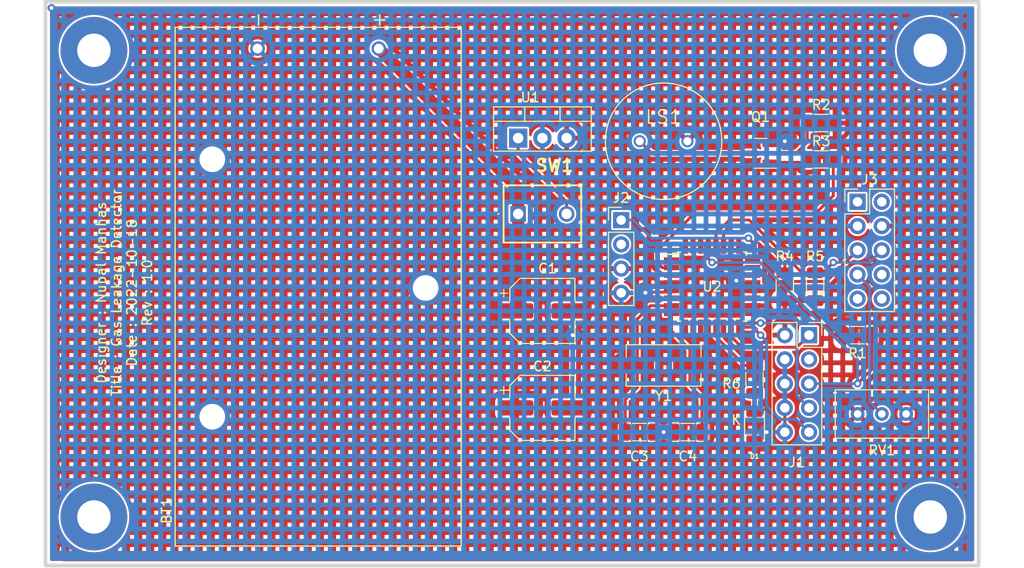
<source format=kicad_pcb>
(kicad_pcb (version 20211014) (generator pcbnew)
  (layers (0 "F.Cu" signal) (31 "B.Cu" signal) (34 "B.Paste" user) (35 "F.Paste" user) (36 "B.SilkS" user "B.Silkscreen") (37 "F.SilkS" user "F.Silkscreen") (38 "B.Mask" user) (39 "F.Mask" user) (44 "Edge.Cuts" user))
  (net 0 "")
  (net 1 "Net-(BT1-Pad+)")
  (net 2 "GND")
  (net 3 "Net-(C3-Pad1)")
  (net 4 "Net-(C4-Pad1)")
  (net 5 "+5VD")
  (net 6 "Net-(J1-Pad1)")
  (net 8 "Net-(J1-Pad5)")
  (net 9 "Net-(J1-Pad7)")
  (net 10 "Net-(J1-Pad9)")
  (net 13 "/SDA")
  (net 14 "/SCL")
  (net 15 "Net-(J3-Pad7)")
  (net 19 "Net-(LS1-Pad1)")
  (net 20 "Net-(R3-Pad1)")
  (net 28 "Net-(J2-Pad1)")
  (net 39 "Net-(Q1-Pad1)")
  (net 40 "Net-(SW1-Pad2)")
  (net 41 "Net-(D1-Pad2)")
  (net 42 "Net-(R6-Pad1)")
  (footprint "Connector_PinHeader_2.54mm:PinHeader_1x04_P2.54mm_Vertical" (layer "F.Cu") (at 117.475 43.825)
    (fp_text reference "J2" (at 0 -2.33) (layer "F.SilkS"))
    (fp_text value "MQ-2 Gas Sensor")
    (fp_line (start 1.33 1.27) (end 1.33 8.95) (layer "F.SilkS") (width 0.12))
    (fp_line (start -1.33 0) (end -1.33 -1.33) (layer "F.SilkS") (width 0.12))
    (fp_line (start -1.33 1.27) (end 1.33 1.27) (layer "F.SilkS") (width 0.12))
    (fp_line (start -1.33 1.27) (end -1.33 8.95) (layer "F.SilkS") (width 0.12))
    (fp_line (start -1.33 8.95) (end 1.33 8.95) (layer "F.SilkS") (width 0.12))
    (fp_line (start -1.33 -1.33) (end 0 -1.33) (layer "F.SilkS") (width 0.12))
    (pad "1" thru_hole rect (at 0 0) (size 1.7 1.7) (drill 1) (layers *.Cu *.Mask) (net 28 "Net-(J2-Pad1)"))
    (pad "2" thru_hole oval (at 0 2.54) (size 1.7 1.7) (drill 1) (layers *.Cu *.Mask))
    (pad "3" thru_hole oval (at 0 5.08) (size 1.7 1.7) (drill 1) (layers *.Cu *.Mask) (net 5 "+5VD"))
    (pad "4" thru_hole oval (at 0 7.62) (size 1.7 1.7) (drill 1) (layers *.Cu *.Mask) (net 2 "GND"))
  )
  (footprint "MountingHole:MountingHole_3.5mm_Pad" (layer "F.Cu") (at 149.86 74.93)
    (fp_text reference "REF**" hide)
    (fp_text value "MountingHole_3.5mm_Pad")
    (pad "1" thru_hole circle (at 0 0) (size 7 7) (drill 3.5) (layers *.Cu *.Mask))
  )
  (footprint "MyLib:XDCR_PS1240P02BT" (layer "F.Cu") (at 121.92 35.56)
    (fp_text reference "LS1" (at 0 -2.54) (layer "F.SilkS") (effects (font (size 1.4 1.4))))
    (fp_text value "Buzzer")
    (fp_circle (center 0 0) (end 6.1 0) (layer "F.SilkS") (width 0.127) (fill none))
    (pad "1" thru_hole circle (at -2.5 0) (size 1.28 1.28) (drill 0.85) (layers *.Cu *.Mask) (net 19 "Net-(LS1-Pad1)"))
    (pad "2" thru_hole circle (at 2.5 0) (size 1.28 1.28) (drill 0.85) (layers *.Cu *.Mask) (net 5 "+5VD"))
  )
  (footprint "Capacitor_SMD:CP_Elec_6.3x5.8" (layer "F.Cu") (at 109.22 63.5)
    (fp_text reference "C2" (at 0 -4.35) (layer "F.SilkS"))
    (fp_text value "100uF")
    (fp_line (start 3.41 3.41) (end 3.41 1.06) (layer "F.SilkS") (width 0.12))
    (fp_line (start -4.04375 -2.24125) (end -4.04375 -1.45375) (layer "F.SilkS") (width 0.12))
    (fp_line (start -3.41 2.345563) (end -2.345563 3.41) (layer "F.SilkS") (width 0.12))
    (fp_line (start -3.41 -2.345563) (end -2.345563 -3.41) (layer "F.SilkS") (width 0.12))
    (fp_line (start -3.41 -2.345563) (end -3.41 -1.06) (layer "F.SilkS") (width 0.12))
    (fp_line (start -3.41 2.345563) (end -3.41 1.06) (layer "F.SilkS") (width 0.12))
    (fp_line (start -4.4375 -1.8475) (end -3.65 -1.8475) (layer "F.SilkS") (width 0.12))
    (fp_line (start 3.41 -3.41) (end 3.41 -1.06) (layer "F.SilkS") (width 0.12))
    (fp_line (start -2.345563 3.41) (end 3.41 3.41) (layer "F.SilkS") (width 0.12))
    (fp_line (start -2.345563 -3.41) (end 3.41 -3.41) (layer "F.SilkS") (width 0.12))
    (pad "1" smd roundrect (at -2.7 0) (size 3.5 1.6) (layers "F.Cu" "F.Paste" "F.Mask") (roundrect_rratio 0.15625) (net 5 "+5VD"))
    (pad "2" smd roundrect (at 2.7 0) (size 3.5 1.6) (layers "F.Cu" "F.Paste" "F.Mask") (roundrect_rratio 0.15625) (net 2 "GND"))
  )
  (footprint "Potentiometer_THT:Potentiometer_Bourns_3296W_Vertical" (layer "F.Cu") (at 147.33 64.135)
    (fp_text reference "RV1" (at -2.54 3.81) (layer "F.SilkS"))
    (fp_text value "10k")
    (fp_line (start -7.425 -2.53) (end 2.345 -2.53) (layer "F.SilkS") (width 0.12))
    (fp_line (start -7.425 2.54) (end 2.345 2.54) (layer "F.SilkS") (width 0.12))
    (fp_line (start -7.425 -2.53) (end -7.425 2.54) (layer "F.SilkS") (width 0.12))
    (fp_line (start 2.345 -2.53) (end 2.345 2.54) (layer "F.SilkS") (width 0.12))
    (pad "1" thru_hole circle (at 0 0) (size 1.44 1.44) (drill 0.8) (layers *.Cu *.Mask) (net 2 "GND"))
    (pad "2" thru_hole circle (at -2.54 0) (size 1.44 1.44) (drill 0.8) (layers *.Cu *.Mask) (net 15 "Net-(J3-Pad7)"))
    (pad "3" thru_hole circle (at -5.08 0) (size 1.44 1.44) (drill 0.8) (layers *.Cu *.Mask) (net 5 "+5VD"))
  )
  (footprint "Crystal:Crystal_SMD_ECS_CSM3X-2Pin_7.6x4.1mm" (layer "F.Cu") (at 121.92 59.055 180)
    (fp_text reference "Y1" (at 0 -3.2 180) (layer "F.SilkS"))
    (fp_text value "16MHz")
    (fp_line (start -3.92 2.17) (end -3.92 0.9) (layer "F.SilkS") (width 0.12))
    (fp_line (start 3.92 2.17) (end 3.92 0.9) (layer "F.SilkS") (width 0.12))
    (fp_line (start 3.92 -2.17) (end 3.92 -0.9) (layer "F.SilkS") (width 0.12))
    (fp_line (start -3.92 -2.17) (end 3.92 -2.17) (layer "F.SilkS") (width 0.12))
    (fp_line (start -3.92 2.17) (end 3.92 2.17) (layer "F.SilkS") (width 0.12))
    (fp_line (start -3.92 -2.17) (end -3.92 -0.9) (layer "F.SilkS") (width 0.12))
    (pad "1" smd rect (at -2.75 0 180) (size 3.5 1.2) (layers "F.Cu" "F.Paste" "F.Mask") (net 4 "Net-(C4-Pad1)"))
    (pad "2" smd rect (at 2.75 0 180) (size 3.5 1.2) (layers "F.Cu" "F.Paste" "F.Mask") (net 3 "Net-(C3-Pad1)"))
  )
  (footprint "Resistor_SMD:R_1206_3216Metric" (layer "F.Cu") (at 142.24 55.88)
    (fp_text reference "R1" (at 0 1.905) (layer "F.SilkS"))
    (fp_text value "10k")
    (fp_line (start -0.727064 -0.91) (end 0.727064 -0.91) (layer "F.SilkS") (width 0.12))
    (fp_line (start -0.727064 0.91) (end 0.727064 0.91) (layer "F.SilkS") (width 0.12))
    (pad "1" smd roundrect (at -1.4625 0) (size 1.125 1.75) (layers "F.Cu" "F.Paste" "F.Mask") (roundrect_rratio 0.2222222222) (net 5 "+5VD"))
    (pad "2" smd roundrect (at 1.4625 0) (size 1.125 1.75) (layers "F.Cu" "F.Paste" "F.Mask") (roundrect_rratio 0.2222222222) (net 8 "Net-(J1-Pad5)"))
  )
  (footprint "Resistor_SMD:R_1206_3216Metric" (layer "F.Cu") (at 131.445 60.5175 -90)
    (fp_text reference "R6" (at 0.4425 2.413) (layer "F.SilkS"))
    (fp_text value "330")
    (fp_line (start -0.727064 -0.91) (end 0.727064 -0.91) (layer "F.SilkS") (width 0.12))
    (fp_line (start -0.727064 0.91) (end 0.727064 0.91) (layer "F.SilkS") (width 0.12))
    (pad "1" smd roundrect (at -1.4625 0 270) (size 1.125 1.75) (layers "F.Cu" "F.Paste" "F.Mask") (roundrect_rratio 0.2222222222) (net 42 "Net-(R6-Pad1)"))
    (pad "2" smd roundrect (at 1.4625 0 270) (size 1.125 1.75) (layers "F.Cu" "F.Paste" "F.Mask") (roundrect_rratio 0.2222222222) (net 41 "Net-(D1-Pad2)"))
  )
  (footprint "Connector_PinSocket_2.54mm:PinSocket_2x05_P2.54mm_Vertical" (layer "F.Cu") (at 137.16 55.88)
    (fp_text reference "J1" (at -1.27 13.335) (layer "F.SilkS"))
    (fp_text value "ICSP")
    (fp_line (start 1.33 1.27) (end 1.33 11.49) (layer "F.SilkS") (width 0.12))
    (fp_line (start 0 -1.33) (end 1.33 -1.33) (layer "F.SilkS") (width 0.12))
    (fp_line (start -1.27 1.27) (end 1.33 1.27) (layer "F.SilkS") (width 0.12))
    (fp_line (start -3.87 -1.33) (end -1.27 -1.33) (layer "F.SilkS") (width 0.12))
    (fp_line (start -3.87 11.49) (end 1.33 11.49) (layer "F.SilkS") (width 0.12))
    (fp_line (start -3.87 -1.33) (end -3.87 11.49) (layer "F.SilkS") (width 0.12))
    (fp_line (start -1.27 -1.33) (end -1.27 1.27) (layer "F.SilkS") (width 0.12))
    (fp_line (start 1.33 -1.33) (end 1.33 0) (layer "F.SilkS") (width 0.12))
    (pad "1" thru_hole rect (at 0 0) (size 1.7 1.7) (drill 1) (layers *.Cu *.Mask) (net 6 "Net-(J1-Pad1)"))
    (pad "2" thru_hole oval (at -2.54 0) (size 1.7 1.7) (drill 1) (layers *.Cu *.Mask) (net 5 "+5VD"))
    (pad "3" thru_hole oval (at 0 2.54) (size 1.7 1.7) (drill 1) (layers *.Cu *.Mask))
    (pad "4" thru_hole oval (at -2.54 2.54) (size 1.7 1.7) (drill 1) (layers *.Cu *.Mask) (net 2 "GND"))
    (pad "5" thru_hole oval (at 0 5.08) (size 1.7 1.7) (drill 1) (layers *.Cu *.Mask) (net 8 "Net-(J1-Pad5)"))
    (pad "6" thru_hole oval (at -2.54 5.08) (size 1.7 1.7) (drill 1) (layers *.Cu *.Mask) (net 2 "GND"))
    (pad "7" thru_hole oval (at 0 7.62) (size 1.7 1.7) (drill 1) (layers *.Cu *.Mask) (net 9 "Net-(J1-Pad7)"))
    (pad "8" thru_hole oval (at -2.54 7.62) (size 1.7 1.7) (drill 1) (layers *.Cu *.Mask) (net 2 "GND"))
    (pad "9" thru_hole oval (at 0 10.16) (size 1.7 1.7) (drill 1) (layers *.Cu *.Mask) (net 10 "Net-(J1-Pad9)"))
    (pad "10" thru_hole oval (at -2.54 10.16) (size 1.7 1.7) (drill 1) (layers *.Cu *.Mask) (net 2 "GND"))
  )
  (footprint "Package_TO_SOT_SMD:SOT-23" (layer "F.Cu") (at 132.08 36.83 180)
    (fp_text reference "Q1" (at 0 3.81) (layer "F.SilkS"))
    (fp_text value "MMBT3904")
    (fp_line (start 0 -1.56) (end -1.675 -1.56) (layer "F.SilkS") (width 0.12))
    (fp_line (start 0 -1.56) (end 0.65 -1.56) (layer "F.SilkS") (width 0.12))
    (fp_line (start 0 1.56) (end -0.65 1.56) (layer "F.SilkS") (width 0.12))
    (fp_line (start 0 1.56) (end 0.65 1.56) (layer "F.SilkS") (width 0.12))
    (pad "1" smd roundrect (at -0.9375 -0.95 180) (size 1.475 0.6) (layers "F.Cu" "F.Paste" "F.Mask") (net 39 "Net-(Q1-Pad1)"))
    (pad "2" smd roundrect (at -0.9375 0.95 180) (size 1.475 0.6) (layers "F.Cu" "F.Paste" "F.Mask") (net 2 "GND"))
    (pad "3" smd roundrect (at 0.9375 0 180) (size 1.475 0.6) (layers "F.Cu" "F.Paste" "F.Mask") (net 19 "Net-(LS1-Pad1)"))
  )
  (footprint "Package_TO_SOT_THT:TO-220-3_Vertical" (layer "F.Cu") (at 106.68 35.235)
    (fp_text reference "U1" (at 1.27 -4.27) (layer "F.SilkS"))
    (fp_text value "LM7805_TO220")
    (fp_line (start -2.58 -3.27) (end 7.66 -3.27) (layer "F.SilkS") (width 0.12))
    (fp_line (start -2.58 -3.27) (end -2.58 1.371) (layer "F.SilkS") (width 0.12))
    (fp_line (start 7.66 -3.27) (end 7.66 1.371) (layer "F.SilkS") (width 0.12))
    (fp_line (start -2.58 -1.76) (end 7.66 -1.76) (layer "F.SilkS") (width 0.12))
    (fp_line (start -2.58 1.371) (end 7.66 1.371) (layer "F.SilkS") (width 0.12))
    (fp_line (start 0.69 -3.27) (end 0.69 -1.76) (layer "F.SilkS") (width 0.12))
    (fp_line (start 4.391 -3.27) (end 4.391 -1.76) (layer "F.SilkS") (width 0.12))
    (pad "1" thru_hole rect (at 0 0) (size 1.905 2) (drill 1.1) (layers *.Cu *.Mask) (net 40 "Net-(SW1-Pad2)"))
    (pad "2" thru_hole oval (at 2.54 0) (size 1.905 2) (drill 1.1) (layers *.Cu *.Mask) (net 2 "GND"))
    (pad "3" thru_hole oval (at 5.08 0) (size 1.905 2) (drill 1.1) (layers *.Cu *.Mask) (net 5 "+5VD"))
  )
  (footprint "Package_QFP:TQFP-32_7x7mm_P0.8mm" (layer "F.Cu") (at 127 50.8)
    (fp_text reference "U2" (at 0 0) (layer "F.SilkS"))
    (fp_text value "ATmega328P-P")
    (fp_line (start -3.625 3.625) (end -3.625 3.3) (layer "F.SilkS") (width 0.15))
    (fp_line (start 3.625 -3.625) (end 3.625 -3.3) (layer "F.SilkS") (width 0.15))
    (fp_line (start 3.625 3.625) (end 3.3 3.625) (layer "F.SilkS") (width 0.15))
    (fp_line (start 3.625 3.625) (end 3.625 3.3) (layer "F.SilkS") (width 0.15))
    (fp_line (start -3.625 -3.625) (end -3.625 -3.4) (layer "F.SilkS") (width 0.15))
    (fp_line (start 3.625 -3.625) (end 3.3 -3.625) (layer "F.SilkS") (width 0.15))
    (fp_line (start -3.625 3.625) (end -3.3 3.625) (layer "F.SilkS") (width 0.15))
    (fp_line (start -3.625 -3.4) (end -5.05 -3.4) (layer "F.SilkS") (width 0.15))
    (fp_line (start -3.625 -3.625) (end -3.3 -3.625) (layer "F.SilkS") (width 0.15))
    (pad "1" smd rect (at -4.25 -2.8) (size 1.6 0.55) (layers "F.Cu" "F.Paste" "F.Mask"))
    (pad "2" smd rect (at -4.25 -2) (size 1.6 0.55) (layers "F.Cu" "F.Paste" "F.Mask") (net 20 "Net-(R3-Pad1)"))
    (pad "3" smd rect (at -4.25 -1.2) (size 1.6 0.55) (layers "F.Cu" "F.Paste" "F.Mask"))
    (pad "4" smd rect (at -4.25 -0.4) (size 1.6 0.55) (layers "F.Cu" "F.Paste" "F.Mask") (net 5 "+5VD"))
    (pad "5" smd rect (at -4.25 0.4) (size 1.6 0.55) (layers "F.Cu" "F.Paste" "F.Mask") (net 2 "GND"))
    (pad "6" smd rect (at -4.25 1.2) (size 1.6 0.55) (layers "F.Cu" "F.Paste" "F.Mask"))
    (pad "7" smd rect (at -4.25 2) (size 1.6 0.55) (layers "F.Cu" "F.Paste" "F.Mask") (net 3 "Net-(C3-Pad1)"))
    (pad "8" smd rect (at -4.25 2.8) (size 1.6 0.55) (layers "F.Cu" "F.Paste" "F.Mask") (net 4 "Net-(C4-Pad1)"))
    (pad "9" smd rect (at -2.8 4.25 90) (size 1.6 0.55) (layers "F.Cu" "F.Paste" "F.Mask"))
    (pad "10" smd rect (at -2 4.25 90) (size 1.6 0.55) (layers "F.Cu" "F.Paste" "F.Mask"))
    (pad "11" smd rect (at -1.2 4.25 90) (size 1.6 0.55) (layers "F.Cu" "F.Paste" "F.Mask"))
    (pad "12" smd rect (at -0.4 4.25 90) (size 1.6 0.55) (layers "F.Cu" "F.Paste" "F.Mask"))
    (pad "13" smd rect (at 0.4 4.25 90) (size 1.6 0.55) (layers "F.Cu" "F.Paste" "F.Mask") (net 42 "Net-(R6-Pad1)"))
    (pad "14" smd rect (at 1.2 4.25 90) (size 1.6 0.55) (layers "F.Cu" "F.Paste" "F.Mask"))
    (pad "15" smd rect (at 2 4.25 90) (size 1.6 0.55) (layers "F.Cu" "F.Paste" "F.Mask") (net 6 "Net-(J1-Pad1)"))
    (pad "16" smd rect (at 2.8 4.25 90) (size 1.6 0.55) (layers "F.Cu" "F.Paste" "F.Mask") (net 10 "Net-(J1-Pad9)"))
    (pad "17" smd rect (at 4.25 2.8) (size 1.6 0.55) (layers "F.Cu" "F.Paste" "F.Mask") (net 9 "Net-(J1-Pad7)"))
    (pad "18" smd rect (at 4.25 2) (size 1.6 0.55) (layers "F.Cu" "F.Paste" "F.Mask") (net 5 "+5VD"))
    (pad "19" smd rect (at 4.25 1.2) (size 1.6 0.55) (layers "F.Cu" "F.Paste" "F.Mask"))
    (pad "20" smd rect (at 4.25 0.4) (size 1.6 0.55) (layers "F.Cu" "F.Paste" "F.Mask") (net 5 "+5VD"))
    (pad "21" smd rect (at 4.25 -0.4) (size 1.6 0.55) (layers "F.Cu" "F.Paste" "F.Mask") (net 2 "GND"))
    (pad "22" smd rect (at 4.25 -1.2) (size 1.6 0.55) (layers "F.Cu" "F.Paste" "F.Mask"))
    (pad "23" smd rect (at 4.25 -2) (size 1.6 0.55) (layers "F.Cu" "F.Paste" "F.Mask"))
    (pad "24" smd rect (at 4.25 -2.8) (size 1.6 0.55) (layers "F.Cu" "F.Paste" "F.Mask") (net 28 "Net-(J2-Pad1)"))
    (pad "25" smd rect (at 2.8 -4.25 90) (size 1.6 0.55) (layers "F.Cu" "F.Paste" "F.Mask"))
    (pad "26" smd rect (at 2 -4.25 90) (size 1.6 0.55) (layers "F.Cu" "F.Paste" "F.Mask"))
    (pad "27" smd rect (at 1.2 -4.25 90) (size 1.6 0.55) (layers "F.Cu" "F.Paste" "F.Mask") (net 13 "/SDA"))
    (pad "28" smd rect (at 0.4 -4.25 90) (size 1.6 0.55) (layers "F.Cu" "F.Paste" "F.Mask") (net 14 "/SCL"))
    (pad "29" smd rect (at -0.4 -4.25 90) (size 1.6 0.55) (layers "F.Cu" "F.Paste" "F.Mask") (net 8 "Net-(J1-Pad5)"))
    (pad "30" smd rect (at -1.2 -4.25 90) (size 1.6 0.55) (layers "F.Cu" "F.Paste" "F.Mask"))
    (pad "31" smd rect (at -2 -4.25 90) (size 1.6 0.55) (layers "F.Cu" "F.Paste" "F.Mask"))
    (pad "32" smd rect (at -2.8 -4.25 90) (size 1.6 0.55) (layers "F.Cu" "F.Paste" "F.Mask"))
  )
  (footprint "BH9VPC:RESC3015X65" (layer "F.Cu") (at 131.445 65.405 90)
    (fp_text reference "D1" (at -3.175 0 180) (layer "F.SilkS") (effects (font (size 0.480017 0.480017))))
    (fp_text value "MV5453")
    (fp_text user "K" (at 0.635 -1.905) (layer "F.SilkS"))
    (fp_line (start -1.53 1.04) (end 1.53 1.04) (layer "F.SilkS") (width 0.127))
    (fp_line (start -1.53 -1.04) (end 1.53 -1.04) (layer "F.SilkS") (width 0.127))
    (pad "1" smd roundrect (at -1.47 0 90) (size 0.98 1.72) (layers "F.Cu" "F.Paste" "F.Mask") (roundrect_rratio 0.17) (net 2 "GND"))
    (pad "2" smd roundrect (at 1.45 0 90) (size 0.98 1.72) (layers "F.Cu" "F.Paste" "F.Mask") (roundrect_rratio 0.17) (net 41 "Net-(D1-Pad2)"))
  )
  (footprint "Resistor_SMD:R_1206_3216Metric" (layer "F.Cu") (at 137.795 50.8 90)
    (fp_text reference "R5" (at 3.175 0 180) (layer "F.SilkS"))
    (fp_text value "4.7k")
    (fp_line (start -0.727064 0.91) (end 0.727064 0.91) (layer "F.SilkS") (width 0.12))
    (fp_line (start -0.727064 -0.91) (end 0.727064 -0.91) (layer "F.SilkS") (width 0.12))
    (pad "1" smd roundrect (at -1.4625 0 90) (size 1.125 1.75) (layers "F.Cu" "F.Paste" "F.Mask") (roundrect_rratio 0.2222222222) (net 5 "+5VD"))
    (pad "2" smd roundrect (at 1.4625 0 90) (size 1.125 1.75) (layers "F.Cu" "F.Paste" "F.Mask") (roundrect_rratio 0.2222222222) (net 14 "/SCL"))
  )
  (footprint "Connector_PinHeader_2.54mm:PinHeader_2x05_P2.54mm_Vertical" (layer "F.Cu") (at 142.24 41.91)
    (fp_text reference "J3" (at 1.27 -2.33) (layer "F.SilkS"))
    (fp_text value "LCD Display (I2C")
    (fp_line (start -1.33 1.27) (end -1.33 11.49) (layer "F.SilkS") (width 0.12))
    (fp_line (start -1.33 0) (end -1.33 -1.33) (layer "F.SilkS") (width 0.12))
    (fp_line (start 1.27 -1.33) (end 3.87 -1.33) (layer "F.SilkS") (width 0.12))
    (fp_line (start 3.87 -1.33) (end 3.87 11.49) (layer "F.SilkS") (width 0.12))
    (fp_line (start 1.27 1.27) (end 1.27 -1.33) (layer "F.SilkS") (width 0.12))
    (fp_line (start -1.33 11.49) (end 3.87 11.49) (layer "F.SilkS") (width 0.12))
    (fp_line (start -1.33 1.27) (end 1.27 1.27) (layer "F.SilkS") (width 0.12))
    (fp_line (start -1.33 -1.33) (end 0 -1.33) (layer "F.SilkS") (width 0.12))
    (pad "1" thru_hole rect (at 0 0) (size 1.7 1.7) (drill 1) (layers *.Cu *.Mask))
    (pad "2" thru_hole oval (at 2.54 0) (size 1.7 1.7) (drill 1) (layers *.Cu *.Mask))
    (pad "3" thru_hole oval (at 0 2.54) (size 1.7 1.7) (drill 1) (layers *.Cu *.Mask) (net 2 "GND"))
    (pad "4" thru_hole oval (at 2.54 2.54) (size 1.7 1.7) (drill 1) (layers *.Cu *.Mask) (net 5 "+5VD"))
    (pad "5" thru_hole oval (at 0 5.08) (size 1.7 1.7) (drill 1) (layers *.Cu *.Mask) (net 13 "/SDA"))
    (pad "6" thru_hole oval (at 2.54 5.08) (size 1.7 1.7) (drill 1) (layers *.Cu *.Mask) (net 14 "/SCL"))
    (pad "7" thru_hole oval (at 0 7.62) (size 1.7 1.7) (drill 1) (layers *.Cu *.Mask) (net 15 "Net-(J3-Pad7)"))
    (pad "8" thru_hole oval (at 2.54 7.62) (size 1.7 1.7) (drill 1) (layers *.Cu *.Mask))
    (pad "9" thru_hole oval (at 0 10.16) (size 1.7 1.7) (drill 1) (layers *.Cu *.Mask))
    (pad "10" thru_hole oval (at 2.54 10.16) (size 1.7 1.7) (drill 1) (layers *.Cu *.Mask))
  )
  (footprint "Capacitor_SMD:C_1206_3216Metric" (layer "F.Cu") (at 119.38 66.04)
    (fp_text reference "C3" (at 0 2.54) (layer "F.SilkS"))
    (fp_text value "18pF")
    (fp_line (start -0.711252 -0.91) (end 0.711252 -0.91) (layer "F.SilkS") (width 0.12))
    (fp_line (start -0.711252 0.91) (end 0.711252 0.91) (layer "F.SilkS") (width 0.12))
    (pad "1" smd roundrect (at -1.475 0) (size 1.15 1.8) (layers "F.Cu" "F.Paste" "F.Mask") (roundrect_rratio 0.2173913043) (net 3 "Net-(C3-Pad1)"))
    (pad "2" smd roundrect (at 1.475 0) (size 1.15 1.8) (layers "F.Cu" "F.Paste" "F.Mask") (roundrect_rratio 0.2173913043) (net 2 "GND"))
  )
  (footprint "SamacSys_Parts:1080047EVX" (layer "F.Cu") (at 106.68 43.18 -90)
    (fp_text reference "SW1" (at -5.08 -3.81 180) (layer "F.SilkS") (effects (font (size 1.27 1.27) (thickness 0.254))))
    (fp_text value "108-0047-evx" hide)
    (fp_line (start 0 2.1) (end 0 2.1) (layer "F.SilkS") (width 0.1))
    (fp_line (start -3 1.525) (end -3 -6.605) (layer "F.SilkS") (width 0.2))
    (fp_line (start 0 2) (end 0 2) (layer "F.SilkS") (width 0.1))
    (fp_line (start 3 -6.605) (end 3 1.525) (layer "F.SilkS") (width 0.2))
    (fp_line (start -3 -6.605) (end 3 -6.605) (layer "F.SilkS") (width 0.2))
    (fp_line (start 3 1.525) (end -3 1.525) (layer "F.SilkS") (width 0.2))
    (fp_arc (start 0 2.1) (mid -0.05 2.05) (end 0 2) (layer "F.SilkS") (width 0.1))
    (fp_arc (start 0 2) (mid 0.05 2.05) (end 0 2.1) (layer "F.SilkS") (width 0.1))
    (pad "1" thru_hole rect (at 0 0 270) (size 1.635 1.635) (drill 1.09) (layers *.Cu *.Mask) (net 1 "Net-(BT1-Pad+)"))
    (pad "2" thru_hole circle (at 0 -5.08 270) (size 1.635 1.635) (drill 1.09) (layers *.Cu *.Mask) (net 40 "Net-(SW1-Pad2)"))
  )
  (footprint "Resistor_SMD:R_1206_3216Metric" (layer "F.Cu") (at 138.43 33.655 180)
    (fp_text reference "R2" (at 0 1.905) (layer "F.SilkS"))
    (fp_text value "1k")
    (fp_line (start -0.727064 -0.91) (end 0.727064 -0.91) (layer "F.SilkS") (width 0.12))
    (fp_line (start -0.727064 0.91) (end 0.727064 0.91) (layer "F.SilkS") (width 0.12))
    (pad "1" smd roundrect (at -1.4625 0 180) (size 1.125 1.75) (layers "F.Cu" "F.Paste" "F.Mask") (roundrect_rratio 0.2222222222) (net 5 "+5VD"))
    (pad "2" smd roundrect (at 1.4625 0 180) (size 1.125 1.75) (layers "F.Cu" "F.Paste" "F.Mask") (roundrect_rratio 0.2222222222) (net 19 "Net-(LS1-Pad1)"))
  )
  (footprint "Resistor_SMD:R_1206_3216Metric" (layer "F.Cu") (at 134.62 50.8 90)
    (fp_text reference "R4" (at 3.175 0 180) (layer "F.SilkS"))
    (fp_text value "4.7k")
    (fp_line (start -0.727064 -0.91) (end 0.727064 -0.91) (layer "F.SilkS") (width 0.12))
    (fp_line (start -0.727064 0.91) (end 0.727064 0.91) (layer "F.SilkS") (width 0.12))
    (pad "1" smd roundrect (at -1.4625 0 90) (size 1.125 1.75) (layers "F.Cu" "F.Paste" "F.Mask") (roundrect_rratio 0.2222222222) (net 5 "+5VD"))
    (pad "2" smd roundrect (at 1.4625 0 90) (size 1.125 1.75) (layers "F.Cu" "F.Paste" "F.Mask") (roundrect_rratio 0.2222222222) (net 13 "/SDA"))
  )
  (footprint "MountingHole:MountingHole_3.5mm_Pad" (layer "F.Cu") (at 149.86 26.035)
    (fp_text reference "REF**" hide)
    (fp_text value "MountingHole_3.5mm_Pad")
    (pad "1" thru_hole circle (at 0 0) (size 7 7) (drill 3.5) (layers *.Cu *.Mask))
  )
  (footprint "Capacitor_SMD:C_1206_3216Metric" (layer "F.Cu") (at 124.46 66.04 180)
    (fp_text reference "C4" (at 0 -2.54) (layer "F.SilkS"))
    (fp_text value "18pF")
    (fp_line (start -0.711252 -0.91) (end 0.711252 -0.91) (layer "F.SilkS") (width 0.12))
    (fp_line (start -0.711252 0.91) (end 0.711252 0.91) (layer "F.SilkS") (width 0.12))
    (pad "1" smd roundrect (at -1.475 0 180) (size 1.15 1.8) (layers "F.Cu" "F.Paste" "F.Mask") (roundrect_rratio 0.2173913043) (net 4 "Net-(C4-Pad1)"))
    (pad "2" smd roundrect (at 1.475 0 180) (size 1.15 1.8) (layers "F.Cu" "F.Paste" "F.Mask") (roundrect_rratio 0.2173913043) (net 2 "GND"))
  )
  (footprint "Capacitor_SMD:CP_Elec_6.3x5.8" (layer "F.Cu") (at 109.22 53.34)
    (fp_text reference "C1" (at 0.532218 -4.445) (layer "F.SilkS"))
    (fp_text value "100uF")
    (fp_line (start -3.41 -2.345563) (end -3.41 -1.06) (layer "F.SilkS") (width 0.12))
    (fp_line (start -2.345563 -3.41) (end 3.41 -3.41) (layer "F.SilkS") (width 0.12))
    (fp_line (start 3.41 3.41) (end 3.41 1.06) (layer "F.SilkS") (width 0.12))
    (fp_line (start -3.41 2.345563) (end -2.345563 3.41) (layer "F.SilkS") (width 0.12))
    (fp_line (start -3.41 -2.345563) (end -2.345563 -3.41) (layer "F.SilkS") (width 0.12))
    (fp_line (start -4.4375 -1.8475) (end -3.65 -1.8475) (layer "F.SilkS") (width 0.12))
    (fp_line (start 3.41 -3.41) (end 3.41 -1.06) (layer "F.SilkS") (width 0.12))
    (fp_line (start -3.41 2.345563) (end -3.41 1.06) (layer "F.SilkS") (width 0.12))
    (fp_line (start -2.345563 3.41) (end 3.41 3.41) (layer "F.SilkS") (width 0.12))
    (fp_line (start -4.04375 -2.24125) (end -4.04375 -1.45375) (layer "F.SilkS") (width 0.12))
    (pad "1" smd roundrect (at -2.7 0) (size 3.5 1.6) (layers "F.Cu" "F.Paste" "F.Mask") (roundrect_rratio 0.15625) (net 1 "Net-(BT1-Pad+)"))
    (pad "2" smd roundrect (at 2.7 0) (size 3.5 1.6) (layers "F.Cu" "F.Paste" "F.Mask") (roundrect_rratio 0.15625) (net 2 "GND"))
  )
  (footprint "MountingHole:MountingHole_3.5mm_Pad" (layer "F.Cu") (at 62.23 74.93)
    (fp_text reference "REF**" hide)
    (fp_text value "MountingHole_3.5mm_Pad")
    (pad "1" thru_hole circle (at 0 0) (size 7 7) (drill 3.5) (layers *.Cu *.Mask))
  )
  (footprint "MyLib:BAT_BH9VPC" (layer "F.Cu") (at 85.725 50.8 90)
    (fp_text reference "BT1" (at -23.495 -15.875 90) (layer "F.SilkS"))
    (fp_text value "BH9VPC")
    (fp_text user "+" (at 27.94 6.35 90) (layer "F.SilkS") (effects (font (size 1.4 1.4))))
    (fp_text user "-" (at 27.94 -6.35 90) (layer "F.SilkS") (effects (font (size 1.4 1.4))))
    (fp_line (start 27.175 -14.985) (end 27.175 14.985) (layer "F.SilkS") (width 0.127))
    (fp_line (start -27.175 14.985) (end -27.175 -14.985) (layer "F.SilkS") (width 0.127))
    (fp_line (start 27.175 14.985) (end -27.175 14.985) (layer "F.SilkS") (width 0.127))
    (fp_line (start -27.175 -14.985) (end 27.175 -14.985) (layer "F.SilkS") (width 0.127))
    (pad "" np_thru_hole circle (at -0.135 11.26 90) (size 2.29 2.29) (drill 2.29) (layers *.Cu *.Mask))
    (pad "" np_thru_hole circle (at -13.625 -11.09 90) (size 2.29 2.29) (drill 2.29) (layers *.Cu *.Mask))
    (pad "" np_thru_hole circle (at 13.345 -11.09 90) (size 2.29 2.29) (drill 2.29) (layers *.Cu *.Mask))
    (pad "+" thru_hole circle (at 24.945 6.35 90) (size 1.524 1.524) (drill 1.016) (layers *.Cu *.Mask) (net 1 "Net-(BT1-Pad+)"))
    (pad "-" thru_hole circle (at 24.945 -6.35 90) (size 1.524 1.524) (drill 1.016) (layers *.Cu *.Mask) (net 2 "GND"))
  )
  (footprint "MountingHole:MountingHole_3.5mm_Pad" (layer "F.Cu") (at 62.23 26.035)
    (fp_text reference "REF**" hide)
    (fp_text value "MountingHole_3.5mm_Pad")
    (pad "1" thru_hole circle (at 0 0) (size 7 7) (drill 3.5) (layers *.Cu *.Mask))
  )
  (footprint "Resistor_SMD:R_1206_3216Metric" (layer "F.Cu") (at 138.43 37.465 180)
    (fp_text reference "R3" (at 0 1.905) (layer "F.SilkS"))
    (fp_text value "82k")
    (fp_line (start -0.727064 -0.91) (end 0.727064 -0.91) (layer "F.SilkS") (width 0.12))
    (fp_line (start -0.727064 0.91) (end 0.727064 0.91) (layer "F.SilkS") (width 0.12))
    (pad "1" smd roundrect (at -1.4625 0 180) (size 1.125 1.75) (layers "F.Cu" "F.Paste" "F.Mask") (roundrect_rratio 0.2222222222) (net 20 "Net-(R3-Pad1)"))
    (pad "2" smd roundrect (at 1.4625 0 180) (size 1.125 1.75) (layers "F.Cu" "F.Paste" "F.Mask") (roundrect_rratio 0.2222222222) (net 39 "Net-(Q1-Pad1)"))
  )
  (gr_rect (start 57.15 20.955) (end 154.94 80.01) (layer "Edge.Cuts") (width 0.381) (fill none))
  (gr_text "Designer : Nubal Manhas\nTitle : Gas Leakage Detector\nDate : 2022-10-18\nRev : 1.0" (at 65.405 51.435 90) (layer "F.SilkS") (effects (font (size 1 1))))
  (segment (start 106.68 43.18) (end 106.68 41.09499) (width 1.27) (layer "F.Cu") (net 1))
  (segment (start 106.68 53.180005) (end 106.68 43.18) (width 1.27) (layer "F.Cu") (net 1))
  (segment (start 106.68 41.09499) (end 106.68 40.46) (width 0.3048) (layer "F.Cu") (net 1))
  (segment (start 106.52 53.34) (end 106.68 53.34) (width 0.3048) (layer "F.Cu") (net 1))
  (segment (start 106.68 40.45999) (end 92.075 25.85499) (width 1.27) (layer "F.Cu") (net 1))
  (segment (start 106.52 53.34) (end 106.68 53.18) (width 0.3048) (layer "F.Cu") (net 1))
  (segment (start 120.080111 51.369889) (end 122.620111 51.369889) (width 0.3048) (layer "F.Cu") (net 2))
  (segment (start 57.785 79.375) (end 57.785 21.59) (width 0.3048) (layer "F.Cu") (net 2))
  (segment (start 122.985 66.04) (end 121.92 66.04) (width 0.3048) (layer "F.Cu") (net 2))
  (segment (start 154.305 79.375) (end 154.259889 79.420111) (width 0.3048) (layer "F.Cu") (net 2))
  (segment (start 120.015 51.435) (end 118.11 51.435) (width 0.3048) (layer "F.Cu") (net 2))
  (segment (start 120.855 66.04) (end 121.92 66.04) (width 0.3048) (layer "F.Cu") (net 2))
  (segment (start 154.259889 79.420111) (end 59.100111 79.420111) (width 0.3048) (layer "F.Cu") (net 2))
  (segment (start 132.715 66.04) (end 131.88 66.875) (width 0.3048) (layer "F.Cu") (net 2))
  (segment (start 118.1 51.445) (end 117.475 51.445) (width 0.3048) (layer "F.Cu") (net 2))
  (segment (start 59.055 79.375) (end 57.785 79.375) (width 0.3048) (layer "F.Cu") (net 2))
  (segment (start 112.395 55.88) (end 112.395 53.975) (width 0.3048) (layer "F.Cu") (net 2))
  (segment (start 59.100111 79.420111) (end 59.055 79.375) (width 0.3048) (layer "F.Cu") (net 2))
  (segment (start 129.94 50.4) (end 131.25 50.4) (width 0.3048) (layer "F.Cu") (net 2))
  (segment (start 134.3 35.88) (end 134.62 35.56) (width 0.3048) (layer "F.Cu") (net 2))
  (segment (start 129.54 50.165) (end 129.705 50.165) (width 0.3048) (layer "F.Cu") (net 2))
  (segment (start 131.88 66.875) (end 131.445 66.875) (width 0.3048) (layer "F.Cu") (net 2))
  (segment (start 129.705 50.165) (end 129.94 50.4) (width 0.3048) (layer "F.Cu") (net 2))
  (segment (start 112.395 55.88) (end 112.395 63.025) (width 0.3048) (layer "F.Cu") (net 2))
  (segment (start 118.11 51.435) (end 118.1 51.445) (width 0.3048) (layer "F.Cu") (net 2))
  (segment (start 122.75 51.24) (end 122.75 51.2) (width 0.3048) (layer "F.Cu") (net 2))
  (segment (start 57.785 21.59) (end 154.305 21.59) (width 0.3048) (layer "F.Cu") (net 2))
  (segment (start 111.92 53.5) (end 111.92 53.34) (width 0.3048) (layer "F.Cu") (net 2))
  (segment (start 134.62 66.04) (end 134.62 63.5) (width 0.3048) (layer "F.Cu") (net 2))
  (segment (start 112.395 53.975) (end 111.92 53.5) (width 0.3048) (layer "F.Cu") (net 2))
  (segment (start 120.015 51.435) (end 120.080111 51.369889) (width 0.3048) (layer "F.Cu") (net 2))
  (segment (start 122.620111 51.369889) (end 122.75 51.24) (width 0.3048) (layer "F.Cu") (net 2))
  (segment (start 133.0175 35.88) (end 134.3 35.88) (width 0.3048) (layer "F.Cu") (net 2))
  (segment (start 112.395 63.025) (end 111.92 63.5) (width 0.3048) (layer "F.Cu") (net 2))
  (segment (start 154.305 21.59) (end 154.305 79.375) (width 0.3048) (layer "F.Cu") (net 2))
  (via (at 121.92 66.04) (size 0.8) (drill 0.4) (layers "F.Cu" "B.Cu") (net 2))
  (via (at 120.015 51.435) (size 0.8) (drill 0.4) (layers "F.Cu" "B.Cu") (net 2))
  (via (at 129.54 50.165) (size 0.8) (drill 0.4) (layers "F.Cu" "B.Cu") (net 2))
  (via (at 134.62 35.56) (size 0.8) (drill 0.4) (layers "F.Cu" "B.Cu") (net 2))
  (via (at 132.715 66.04) (size 0.8) (drill 0.4) (layers "F.Cu" "B.Cu") (net 2))
  (via (at 57.785 21.59) (size 0.8) (drill 0.4) (layers "F.Cu" "B.Cu") (net 2))
  (via (at 112.395 55.88) (size 0.8) (drill 0.4) (layers "F.Cu" "B.Cu") (net 2))
  (segment (start 57.785 79.375) (end 154.305 79.375) (width 0.3048) (layer "B.Cu") (net 2))
  (segment (start 57.785 21.59) (end 57.785 79.375) (width 0.3048) (layer "B.Cu") (net 2))
  (segment (start 154.305 21.59) (end 58.42 21.59) (width 0.3048) (layer "B.Cu") (net 2))
  (segment (start 154.305 79.375) (end 154.305 21.59) (width 0.3048) (layer "B.Cu") (net 2))
  (segment (start 132.715 66.04) (end 134.62 66.04) (width 0.3048) (layer "B.Cu") (net 2))
  (segment (start 57.785 21.59) (end 58.42 21.59) (width 0.3048) (layer "B.Cu") (net 2))
  (segment (start 120.555 52.8) (end 122.75 52.8) (width 0.3048) (layer "F.Cu") (net 3))
  (segment (start 117.905 66.04) (end 117.905 62.635) (width 0.3048) (layer "F.Cu") (net 3))
  (segment (start 119.17 59.055) (end 119.17 61.37) (width 0.3048) (layer "F.Cu") (net 3))
  (segment (start 119.17 59.055) (end 119.17 54.185) (width 0.3048) (layer "F.Cu") (net 3))
  (segment (start 119.17 54.185) (end 120.555 52.8) (width 0.3048) (layer "F.Cu") (net 3))
  (segment (start 119.17 61.37) (end 117.905 62.635) (width 0.3048) (layer "F.Cu") (net 3))
  (segment (start 124.67 57.36) (end 122.75 55.44) (width 0.3048) (layer "F.Cu") (net 4))
  (segment (start 122.75 55.44) (end 122.75 53.6) (width 0.3048) (layer "F.Cu") (net 4))
  (segment (start 124.67 61.17) (end 125.935 62.435) (width 0.3048) (layer "F.Cu") (net 4))
  (segment (start 125.935 66.04) (end 125.935 62.435) (width 0.3048) (layer "F.Cu") (net 4))
  (segment (start 124.67 59.055) (end 124.67 61.17) (width 0.3048) (layer "F.Cu") (net 4))
  (segment (start 124.67 59.055) (end 124.67 57.36) (width 0.3048) (layer "F.Cu") (net 4))
  (segment (start 137.16 55.88) (end 135.89 57.15) (width 0.3048) (layer "F.Cu") (net 6))
  (segment (start 129 56.0362) (end 129 55.05) (width 0.3048) (layer "F.Cu") (net 6))
  (segment (start 135.89 57.15) (end 130.1138 57.15) (width 0.3048) (layer "F.Cu") (net 6))
  (segment (start 130.1138 57.15) (end 129 56.0362) (width 0.3048) (layer "F.Cu") (net 6))
  (segment (start 143.7025 59.4975) (end 142.24 60.96) (width 0.3048) (layer "F.Cu") (net 8))
  (segment (start 126.6 47.86) (end 126.6 46.55) (width 0.3048) (layer "F.Cu") (net 8))
  (segment (start 127 48.26) (end 126.6 47.86) (width 0.3048) (layer "F.Cu") (net 8))
  (segment (start 143.7025 55.88) (end 143.7025 59.4975) (width 0.3048) (layer "F.Cu") (net 8))
  (via (at 142.24 60.96) (size 0.8) (drill 0.4) (layers "F.Cu" "B.Cu") (net 8))
  (via (at 127 48.26) (size 0.8) (drill 0.4) (layers "F.Cu" "B.Cu") (net 8))
  (segment (start 142.24 60.96) (end 137.16 60.96) (width 0.3048) (layer "B.Cu") (net 8))
  (segment (start 132.016573 48.26) (end 142.24 58.483427) (width 0.3048) (layer "B.Cu") (net 8))
  (segment (start 142.24 58.483427) (end 142.24 60.96) (width 0.3048) (layer "B.Cu") (net 8))
  (segment (start 127 48.26) (end 132.016573 48.26) (width 0.3048) (layer "B.Cu") (net 8))
  (segment (start 132.08 54.61) (end 131.527742 54.61) (width 0.3048) (layer "F.Cu") (net 9))
  (segment (start 131.25 54.332258) (end 131.25 53.6) (width 0.3048) (layer "F.Cu") (net 9))
  (segment (start 131.527742 54.61) (end 131.25 54.332258) (width 0.3048) (layer "F.Cu") (net 9))
  (via (at 132.08 54.61) (size 0.8) (drill 0.4) (layers "F.Cu" "B.Cu") (net 9))
  (segment (start 135.89 62.23) (end 137.16 63.5) (width 0.3048) (layer "B.Cu") (net 9))
  (segment (start 135.89 55.245) (end 135.89 62.23) (width 0.3048) (layer "B.Cu") (net 9))
  (segment (start 135.255 54.61) (end 135.89 55.245) (width 0.3048) (layer "B.Cu") (net 9))
  (segment (start 132.08 54.61) (end 135.255 54.61) (width 0.3048) (layer "B.Cu") (net 9))
  (segment (start 131.25 55.05) (end 132.08 55.88) (width 0.3048) (layer "F.Cu") (net 10))
  (segment (start 129.8 55.05) (end 131.25 55.05) (width 0.3048) (layer "F.Cu") (net 10))
  (via (at 132.08 55.88) (size 0.8) (drill 0.4) (layers "F.Cu" "B.Cu") (net 10))
  (segment (start 135.825111 64.705111) (end 137.16 66.04) (width 0.3048) (layer "B.Cu") (net 10))
  (segment (start 134.120826 64.705111) (end 135.825111 64.705111) (width 0.3048) (layer "B.Cu") (net 10))
  (segment (start 132.715 63.299285) (end 134.120826 64.705111) (width 0.3048) (layer "B.Cu") (net 10))
  (segment (start 132.08 55.88) (end 132.715 56.515) (width 0.3048) (layer "B.Cu") (net 10))
  (segment (start 132.715 56.515) (end 132.715 63.299285) (width 0.3048) (layer "B.Cu") (net 10))
  (segment (start 128.2 45.155) (end 128.2 46.55) (width 0.3048) (layer "F.Cu") (net 13))
  (segment (start 135.5381 50.2556) (end 138.9744 50.2556) (width 0.3048) (layer "F.Cu") (net 13))
  (segment (start 134.62 49.3375) (end 135.5381 50.2556) (width 0.3048) (layer "F.Cu") (net 13))
  (segment (start 128.905 44.45) (end 128.2 45.155) (width 0.3048) (layer "F.Cu") (net 13))
  (segment (start 134.62 49.3375) (end 134.62 48.26) (width 0.3048) (layer "F.Cu") (net 13))
  (segment (start 130.81 44.45) (end 128.905 44.45) (width 0.3048) (layer "F.Cu") (net 13))
  (segment (start 138.9744 50.2556) (end 142.24 46.99) (width 0.3048) (layer "F.Cu") (net 13))
  (segment (start 134.62 48.26) (end 130.81 44.45) (width 0.3048) (layer "F.Cu") (net 13))
  (segment (start 136.41592 49.3375) (end 130.89342 43.815) (width 0.3048) (layer "F.Cu") (net 14))
  (segment (start 138.6225 49.3375) (end 139.7 48.26) (width 0.3048) (layer "F.Cu") (net 14))
  (segment (start 137.795 49.3375) (end 138.6225 49.3375) (width 0.3048) (layer "F.Cu") (net 14))
  (segment (start 127.4 45.23658) (end 127.4 46.55) (width 0.3048) (layer "F.Cu") (net 14))
  (segment (start 137.795 49.3375) (end 136.41592 49.3375) (width 0.3048) (layer "F.Cu") (net 14))
  (segment (start 130.89342 43.815) (end 128.82158 43.815) (width 0.3048) (layer "F.Cu") (net 14))
  (segment (start 128.82158 43.815) (end 127.4 45.23658) (width 0.3048) (layer "F.Cu") (net 14))
  (via (at 139.7 48.26) (size 0.8) (drill 0.4) (layers "F.Cu" "B.Cu") (net 14))
  (segment (start 143.51 48.26) (end 139.7 48.26) (width 0.3048) (layer "B.Cu") (net 14))
  (segment (start 144.78 46.99) (end 143.51 48.26) (width 0.3048) (layer "B.Cu") (net 14))
  (segment (start 144.79 64.135) (end 143.52 62.865) (width 0.3048) (layer "B.Cu") (net 15))
  (segment (start 143.52 62.865) (end 143.51 62.865) (width 0.3048) (layer "B.Cu") (net 15))
  (segment (start 143.51 62.865) (end 143.51 50.8) (width 0.3048) (layer "B.Cu") (net 15))
  (segment (start 143.51 50.8) (end 142.24 49.53) (width 0.3048) (layer "B.Cu") (net 15))
  (segment (start 135.808552 36.83) (end 132.4125 36.83) (width 0.3048) (layer "F.Cu") (net 19))
  (segment (start 120.69 36.83) (end 119.42 35.56) (width 0.3048) (layer "F.Cu") (net 19))
  (segment (start 132.4125 36.83) (end 120.69 36.83) (width 0.3048) (layer "F.Cu") (net 19))
  (segment (start 136.9675 33.655) (end 136.9675 35.671052) (width 0.3048) (layer "F.Cu") (net 19))
  (segment (start 136.9675 35.671052) (end 135.808552 36.83) (width 0.3048) (layer "F.Cu") (net 19))
  (segment (start 125.095 43.18) (end 137.795 43.18) (width 0.3048) (layer "F.Cu") (net 20))
  (segment (start 137.795 43.18) (end 139.7 41.275) (width 0.3048) (layer "F.Cu") (net 20))
  (segment (start 121.764778 48.8) (end 121.285 48.320222) (width 0.3048) (layer "F.Cu") (net 20))
  (segment (start 122.75 48.8) (end 121.764778 48.8) (width 0.3048) (layer "F.Cu") (net 20))
  (segment (start 139.7 37.6575) (end 139.8925 37.465) (width 0.3048) (layer "F.Cu") (net 20))
  (segment (start 121.285 46.99) (end 125.095 43.18) (width 0.3048) (layer "F.Cu") (net 20))
  (segment (start 121.285 48.320222) (end 121.285 46.99) (width 0.3048) (layer "F.Cu") (net 20))
  (segment (start 139.7 41.275) (end 139.7 37.6575) (width 0.3048) (layer "F.Cu") (net 20))
  (segment (start 130.81 45.72) (end 131.445 46.355) (width 0.3048) (layer "F.Cu") (net 28))
  (segment (start 131.445 46.355) (end 131.445 47.805) (width 0.3048) (layer "F.Cu") (net 28))
  (segment (start 131.445 47.805) (end 131.25 48) (width 0.3048) (layer "F.Cu") (net 28))
  (via (at 130.81 45.72) (size 0.8) (drill 0.4) (layers "F.Cu" "B.Cu") (net 28))
  (segment (start 130.81 45.72) (end 120.65 45.72) (width 0.3048) (layer "B.Cu") (net 28))
  (segment (start 120.65 45.72) (end 118.755 43.825) (width 0.3048) (layer "B.Cu") (net 28))
  (segment (start 118.755 43.825) (end 117.475 43.825) (width 0.3048) (layer "B.Cu") (net 28))
  (segment (start 136.6525 37.78) (end 133.0175 37.78) (width 0.3048) (layer "F.Cu") (net 39))
  (segment (start 136.9675 37.465) (end 136.6525 37.78) (width 0.3048) (layer "F.Cu") (net 39))
  (segment (start 111.76 41.91) (end 111.76 43.18) (width 0.3048) (layer "F.Cu") (net 40))
  (segment (start 106.68 35.235) (end 106.68 36.83) (width 0.3048) (layer "F.Cu") (net 40))
  (segment (start 106.68 36.83) (end 111.76 41.91) (width 0.3048) (layer "F.Cu") (net 40))
  (segment (start 131.445 61.98) (end 131.445 63.955) (width 0.3048) (layer "F.Cu") (net 41))
  (segment (start 131.445 59.055) (end 130.4188 59.055) (width 0.3048) (layer "F.Cu") (net 42))
  (segment (start 130.4188 59.055) (end 127.4 56.0362) (width 0.3048) (layer "F.Cu") (net 42))
  (segment (start 127.4 56.0362) (end 127.4 55.05) (width 0.3048) (layer "F.Cu") (net 42))
  (zone (net 5) (net_name "+5VD") (layer "F.Cu") (connect_pads (clearance 0.009)) (min_thickness 0.254) (fill yes (mode hatch) (thermal_gap 0.508) (thermal_bridge_width 0.508) (hatch_thickness 0.508) (hatch_gap 0.762) (hatch_orientation 0) (hatch_border_algorithm hatch_thickness) (hatch_min_hole_area 0.3))
    (polygon (pts (xy 154.305 79.375) (xy 57.785 79.375) (xy 57.785 21.59) (xy 154.305 21.59)))
  )
  (zone (net 2) (net_name "GND") (layer "B.Cu") (connect_pads (clearance 0.009)) (min_thickness 0.254) (fill yes (mode hatch) (thermal_gap 0.508) (thermal_bridge_width 0.508) (hatch_thickness 0.508) (hatch_gap 0.762) (hatch_orientation 0) (hatch_border_algorithm hatch_thickness) (hatch_min_hole_area 0.3))
    (polygon (pts (xy 154.305002 21.59) (xy 154.305 79.375) (xy 57.785 79.375) (xy 57.785002 21.59)))
  )
)
</source>
